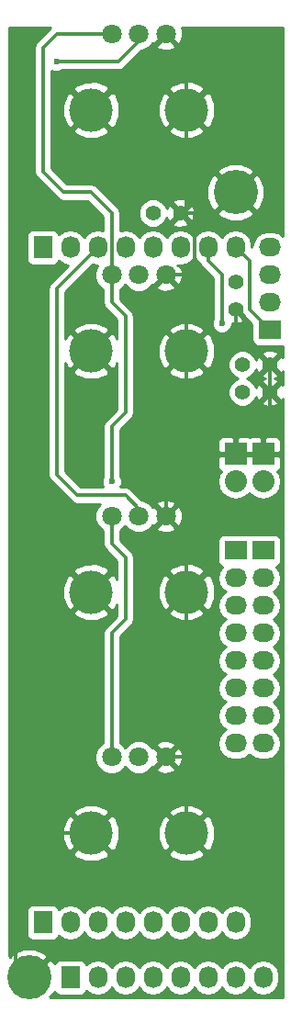
<source format=gbr>
G04 #@! TF.FileFunction,Copper,L2,Bot,Signal*
%FSLAX46Y46*%
G04 Gerber Fmt 4.6, Leading zero omitted, Abs format (unit mm)*
G04 Created by KiCad (PCBNEW 4.0.6+dfsg1-1) date Tue Oct 24 13:55:29 2017*
%MOMM*%
%LPD*%
G01*
G04 APERTURE LIST*
%ADD10C,0.050000*%
%ADD11R,1.727200X2.032000*%
%ADD12O,1.727200X2.032000*%
%ADD13C,1.800000*%
%ADD14C,4.000000*%
%ADD15R,2.032000X1.727200*%
%ADD16O,2.032000X1.727200*%
%ADD17R,2.032000X2.032000*%
%ADD18O,2.032000X2.032000*%
%ADD19C,4.064000*%
%ADD20C,1.397000*%
%ADD21C,0.600000*%
%ADD22C,0.300000*%
%ADD23C,0.254000*%
G04 APERTURE END LIST*
D10*
D11*
X127000000Y-71120000D03*
D12*
X129540000Y-71120000D03*
X132080000Y-71120000D03*
X134620000Y-71120000D03*
X137160000Y-71120000D03*
X139700000Y-71120000D03*
X142240000Y-71120000D03*
X144780000Y-71120000D03*
D13*
X138350000Y-51435000D03*
X135850000Y-51435000D03*
X133350000Y-51435000D03*
D14*
X140250000Y-58435000D03*
X131450000Y-58435000D03*
D15*
X147320000Y-99060000D03*
D16*
X147320000Y-101600000D03*
X147320000Y-104140000D03*
X147320000Y-106680000D03*
X147320000Y-109220000D03*
X147320000Y-111760000D03*
X147320000Y-114300000D03*
X147320000Y-116840000D03*
D11*
X129540000Y-138430000D03*
D12*
X132080000Y-138430000D03*
X134620000Y-138430000D03*
X137160000Y-138430000D03*
X139700000Y-138430000D03*
X142240000Y-138430000D03*
X144780000Y-138430000D03*
X147320000Y-138430000D03*
D15*
X144780000Y-99060000D03*
D16*
X144780000Y-101600000D03*
X144780000Y-104140000D03*
X144780000Y-106680000D03*
X144780000Y-109220000D03*
X144780000Y-111760000D03*
X144780000Y-114300000D03*
X144780000Y-116840000D03*
D11*
X127000000Y-133350000D03*
D12*
X129540000Y-133350000D03*
X132080000Y-133350000D03*
X134620000Y-133350000D03*
X137160000Y-133350000D03*
X139700000Y-133350000D03*
X142240000Y-133350000D03*
X144780000Y-133350000D03*
D17*
X144780000Y-90170000D03*
D18*
X144780000Y-92710000D03*
D15*
X147955000Y-78740000D03*
D16*
X147955000Y-76200000D03*
X147955000Y-73660000D03*
X147955000Y-71120000D03*
D17*
X147320000Y-90170000D03*
D18*
X147320000Y-92710000D03*
D19*
X144780000Y-66040000D03*
X125730000Y-138430000D03*
D20*
X145415000Y-84455000D03*
X147955000Y-84455000D03*
X145415000Y-81915000D03*
X147955000Y-81915000D03*
X144780000Y-74295000D03*
X144780000Y-76835000D03*
X137160000Y-67945000D03*
X139700000Y-67945000D03*
D13*
X138350000Y-73660000D03*
X135850000Y-73660000D03*
X133350000Y-73660000D03*
D14*
X140250000Y-80660000D03*
X131450000Y-80660000D03*
D13*
X138350000Y-95885000D03*
X135850000Y-95885000D03*
X133350000Y-95885000D03*
D14*
X140250000Y-102885000D03*
X131450000Y-102885000D03*
D13*
X138350000Y-118110000D03*
X135850000Y-118110000D03*
X133350000Y-118110000D03*
D14*
X140250000Y-125110000D03*
X131450000Y-125110000D03*
D21*
X128270000Y-53975000D03*
X133350000Y-92710000D03*
X143510000Y-78105000D03*
D22*
X135850000Y-51435000D02*
X135850000Y-52110000D01*
X135850000Y-52110000D02*
X133985000Y-53975000D01*
X133985000Y-53975000D02*
X128270000Y-53975000D01*
X147320000Y-90170000D02*
X147320000Y-86995000D01*
X147955000Y-86360000D02*
X147955000Y-84455000D01*
X147320000Y-86995000D02*
X147955000Y-86360000D01*
X124460000Y-137160000D02*
X124460000Y-136525000D01*
X126350000Y-125110000D02*
X124460000Y-127000000D01*
X124460000Y-127000000D02*
X124460000Y-136525000D01*
X126350000Y-125110000D02*
X131450000Y-125110000D01*
X124460000Y-137160000D02*
X125730000Y-138430000D01*
X138350000Y-118110000D02*
X140250000Y-118110000D01*
X140250000Y-118110000D02*
X140335000Y-118110000D01*
X140335000Y-118110000D02*
X140250000Y-118110000D01*
X140250000Y-102885000D02*
X140250000Y-118110000D01*
X140250000Y-118110000D02*
X140250000Y-125110000D01*
X138350000Y-95885000D02*
X138430000Y-95885000D01*
X138430000Y-95885000D02*
X140250000Y-97705000D01*
X140250000Y-97705000D02*
X140250000Y-102885000D01*
X138350000Y-51435000D02*
X138430000Y-51435000D01*
X138430000Y-51435000D02*
X140250000Y-53255000D01*
X140250000Y-53255000D02*
X140250000Y-58435000D01*
X140250000Y-58435000D02*
X140250000Y-67945000D01*
X140250000Y-67945000D02*
X140335000Y-67945000D01*
X140335000Y-67945000D02*
X139700000Y-67945000D01*
X138350000Y-73660000D02*
X140335000Y-73660000D01*
X140970000Y-73025000D02*
X140970000Y-67945000D01*
X140335000Y-73660000D02*
X140970000Y-73025000D01*
X138350000Y-73660000D02*
X138430000Y-73660000D01*
X138430000Y-73660000D02*
X140250000Y-75480000D01*
X140250000Y-75480000D02*
X140250000Y-80660000D01*
X140250000Y-80660000D02*
X140250000Y-90170000D01*
X140250000Y-90170000D02*
X140335000Y-90170000D01*
X144780000Y-90170000D02*
X140335000Y-90170000D01*
X140335000Y-90170000D02*
X138430000Y-90170000D01*
X138350000Y-90250000D02*
X138350000Y-95885000D01*
X138430000Y-90170000D02*
X138350000Y-90250000D01*
X124460000Y-137160000D02*
X125730000Y-138430000D01*
X147955000Y-81915000D02*
X147955000Y-84455000D01*
X147955000Y-81915000D02*
X145415000Y-79375000D01*
X144780000Y-79375000D02*
X144765000Y-79360000D01*
X145415000Y-79375000D02*
X144780000Y-79375000D01*
X144780000Y-79345000D02*
X144780000Y-76835000D01*
X144765000Y-79360000D02*
X144780000Y-79345000D01*
X139700000Y-67945000D02*
X140970000Y-67945000D01*
X140970000Y-67945000D02*
X142875000Y-67945000D01*
X142875000Y-67945000D02*
X144780000Y-66040000D01*
X144780000Y-66675000D02*
X144780000Y-66040000D01*
X125730000Y-138430000D02*
X125730000Y-137795000D01*
X133350000Y-73660000D02*
X133350000Y-67945000D01*
X128270000Y-51435000D02*
X133350000Y-51435000D01*
X127000000Y-52705000D02*
X128270000Y-51435000D01*
X127000000Y-64135000D02*
X127000000Y-52705000D01*
X128905000Y-66040000D02*
X127000000Y-64135000D01*
X131445000Y-66040000D02*
X128905000Y-66040000D01*
X133350000Y-67945000D02*
X131445000Y-66040000D01*
X133350000Y-118110000D02*
X133350000Y-106680000D01*
X133350000Y-98425000D02*
X133350000Y-95885000D01*
X134620000Y-99695000D02*
X133350000Y-98425000D01*
X134620000Y-105410000D02*
X134620000Y-99695000D01*
X133350000Y-106680000D02*
X134620000Y-105410000D01*
X133350000Y-73660000D02*
X133350000Y-76200000D01*
X133350000Y-87630000D02*
X133350000Y-92710000D01*
X134620000Y-86360000D02*
X133350000Y-87630000D01*
X134620000Y-77470000D02*
X134620000Y-86360000D01*
X133350000Y-76200000D02*
X134620000Y-77470000D01*
X135850000Y-95885000D02*
X135850000Y-95210000D01*
X135850000Y-95210000D02*
X134620000Y-93980000D01*
X134620000Y-93980000D02*
X130175000Y-93980000D01*
X130175000Y-93980000D02*
X128270000Y-92075000D01*
X128270000Y-92075000D02*
X128270000Y-74930000D01*
X128270000Y-74930000D02*
X132080000Y-71120000D01*
X142240000Y-71120000D02*
X142240000Y-72390000D01*
X143510000Y-73660000D02*
X143510000Y-78105000D01*
X142240000Y-72390000D02*
X143510000Y-73660000D01*
X144780000Y-71120000D02*
X146050000Y-72390000D01*
X146050000Y-76835000D02*
X147955000Y-78740000D01*
X146050000Y-72390000D02*
X146050000Y-76835000D01*
D23*
G36*
X127714921Y-50879921D02*
X126444921Y-52149921D01*
X126274755Y-52404593D01*
X126274755Y-52404594D01*
X126215000Y-52705000D01*
X126215000Y-64135000D01*
X126274755Y-64435407D01*
X126444921Y-64690079D01*
X128349921Y-66595079D01*
X128604594Y-66765245D01*
X128905000Y-66825000D01*
X131119842Y-66825000D01*
X132565000Y-68270158D01*
X132565000Y-69533127D01*
X132080000Y-69436655D01*
X131506511Y-69550729D01*
X131020330Y-69875585D01*
X130810000Y-70190366D01*
X130599670Y-69875585D01*
X130113489Y-69550729D01*
X129540000Y-69436655D01*
X128966511Y-69550729D01*
X128480330Y-69875585D01*
X128470757Y-69889913D01*
X128466762Y-69868683D01*
X128327690Y-69652559D01*
X128115490Y-69507569D01*
X127863600Y-69456560D01*
X126136400Y-69456560D01*
X125901083Y-69500838D01*
X125684959Y-69639910D01*
X125539969Y-69852110D01*
X125488960Y-70104000D01*
X125488960Y-72136000D01*
X125533238Y-72371317D01*
X125672310Y-72587441D01*
X125884510Y-72732431D01*
X126136400Y-72783440D01*
X127863600Y-72783440D01*
X128098917Y-72739162D01*
X128315041Y-72600090D01*
X128460031Y-72387890D01*
X128468400Y-72346561D01*
X128480330Y-72364415D01*
X128966511Y-72689271D01*
X129328556Y-72761286D01*
X127714921Y-74374921D01*
X127544755Y-74629593D01*
X127522762Y-74740159D01*
X127485000Y-74930000D01*
X127485000Y-92075000D01*
X127544755Y-92375407D01*
X127714921Y-92630079D01*
X129619921Y-94535079D01*
X129874594Y-94705245D01*
X130175000Y-94765000D01*
X132299242Y-94765000D01*
X132049449Y-95014357D01*
X131815267Y-95578330D01*
X131814735Y-96188991D01*
X132047932Y-96753371D01*
X132479357Y-97185551D01*
X132565000Y-97221113D01*
X132565000Y-98425000D01*
X132624755Y-98725407D01*
X132794921Y-98980079D01*
X133835000Y-100020158D01*
X133835000Y-101746549D01*
X133695743Y-101410353D01*
X133325022Y-101189584D01*
X131629605Y-102885000D01*
X133325022Y-104580416D01*
X133695743Y-104359647D01*
X133835000Y-104015675D01*
X133835000Y-105084842D01*
X132794921Y-106124921D01*
X132624755Y-106379593D01*
X132624755Y-106379594D01*
X132565000Y-106680000D01*
X132565000Y-116773484D01*
X132481629Y-116807932D01*
X132049449Y-117239357D01*
X131815267Y-117803330D01*
X131814735Y-118413991D01*
X132047932Y-118978371D01*
X132479357Y-119410551D01*
X133043330Y-119644733D01*
X133653991Y-119645265D01*
X134218371Y-119412068D01*
X134600288Y-119030818D01*
X134979357Y-119410551D01*
X135543330Y-119644733D01*
X136153991Y-119645265D01*
X136718371Y-119412068D01*
X136940668Y-119190159D01*
X137449446Y-119190159D01*
X137535852Y-119446643D01*
X138109336Y-119656458D01*
X138719460Y-119630839D01*
X139164148Y-119446643D01*
X139250554Y-119190159D01*
X138350000Y-118289605D01*
X137449446Y-119190159D01*
X136940668Y-119190159D01*
X137150551Y-118980643D01*
X137154294Y-118971628D01*
X137269841Y-119010554D01*
X138170395Y-118110000D01*
X138529605Y-118110000D01*
X139430159Y-119010554D01*
X139686643Y-118924148D01*
X139896458Y-118350664D01*
X139870839Y-117740540D01*
X139686643Y-117295852D01*
X139430159Y-117209446D01*
X138529605Y-118110000D01*
X138170395Y-118110000D01*
X137269841Y-117209446D01*
X137154786Y-117248207D01*
X137152068Y-117241629D01*
X136940650Y-117029841D01*
X137449446Y-117029841D01*
X138350000Y-117930395D01*
X139250554Y-117029841D01*
X139164148Y-116773357D01*
X138590664Y-116563542D01*
X137980540Y-116589161D01*
X137535852Y-116773357D01*
X137449446Y-117029841D01*
X136940650Y-117029841D01*
X136720643Y-116809449D01*
X136156670Y-116575267D01*
X135546009Y-116574735D01*
X134981629Y-116807932D01*
X134599712Y-117189182D01*
X134220643Y-116809449D01*
X134135000Y-116773887D01*
X134135000Y-107005158D01*
X135175079Y-105965079D01*
X135345245Y-105710407D01*
X135405000Y-105410000D01*
X135405000Y-104760022D01*
X138554584Y-104760022D01*
X138775353Y-105130743D01*
X139747012Y-105524119D01*
X140795247Y-105515713D01*
X141724647Y-105130743D01*
X141945416Y-104760022D01*
X140250000Y-103064605D01*
X138554584Y-104760022D01*
X135405000Y-104760022D01*
X135405000Y-102382012D01*
X137610881Y-102382012D01*
X137619287Y-103430247D01*
X138004257Y-104359647D01*
X138374978Y-104580416D01*
X140070395Y-102885000D01*
X140429605Y-102885000D01*
X142125022Y-104580416D01*
X142495743Y-104359647D01*
X142889119Y-103387988D01*
X142880713Y-102339753D01*
X142574298Y-101600000D01*
X143096655Y-101600000D01*
X143210729Y-102173489D01*
X143535585Y-102659670D01*
X143850366Y-102870000D01*
X143535585Y-103080330D01*
X143210729Y-103566511D01*
X143096655Y-104140000D01*
X143210729Y-104713489D01*
X143535585Y-105199670D01*
X143850366Y-105410000D01*
X143535585Y-105620330D01*
X143210729Y-106106511D01*
X143096655Y-106680000D01*
X143210729Y-107253489D01*
X143535585Y-107739670D01*
X143850366Y-107950000D01*
X143535585Y-108160330D01*
X143210729Y-108646511D01*
X143096655Y-109220000D01*
X143210729Y-109793489D01*
X143535585Y-110279670D01*
X143850366Y-110490000D01*
X143535585Y-110700330D01*
X143210729Y-111186511D01*
X143096655Y-111760000D01*
X143210729Y-112333489D01*
X143535585Y-112819670D01*
X143850366Y-113030000D01*
X143535585Y-113240330D01*
X143210729Y-113726511D01*
X143096655Y-114300000D01*
X143210729Y-114873489D01*
X143535585Y-115359670D01*
X143850366Y-115570000D01*
X143535585Y-115780330D01*
X143210729Y-116266511D01*
X143096655Y-116840000D01*
X143210729Y-117413489D01*
X143535585Y-117899670D01*
X144021766Y-118224526D01*
X144595255Y-118338600D01*
X144964745Y-118338600D01*
X145538234Y-118224526D01*
X146024415Y-117899670D01*
X146050000Y-117861379D01*
X146075585Y-117899670D01*
X146561766Y-118224526D01*
X147135255Y-118338600D01*
X147504745Y-118338600D01*
X148078234Y-118224526D01*
X148564415Y-117899670D01*
X148889271Y-117413489D01*
X149003345Y-116840000D01*
X148889271Y-116266511D01*
X148564415Y-115780330D01*
X148249634Y-115570000D01*
X148564415Y-115359670D01*
X148889271Y-114873489D01*
X149003345Y-114300000D01*
X148889271Y-113726511D01*
X148564415Y-113240330D01*
X148249634Y-113030000D01*
X148564415Y-112819670D01*
X148889271Y-112333489D01*
X149003345Y-111760000D01*
X148889271Y-111186511D01*
X148564415Y-110700330D01*
X148249634Y-110490000D01*
X148564415Y-110279670D01*
X148889271Y-109793489D01*
X149003345Y-109220000D01*
X148889271Y-108646511D01*
X148564415Y-108160330D01*
X148249634Y-107950000D01*
X148564415Y-107739670D01*
X148889271Y-107253489D01*
X149003345Y-106680000D01*
X148889271Y-106106511D01*
X148564415Y-105620330D01*
X148249634Y-105410000D01*
X148564415Y-105199670D01*
X148889271Y-104713489D01*
X149003345Y-104140000D01*
X148889271Y-103566511D01*
X148564415Y-103080330D01*
X148249634Y-102870000D01*
X148564415Y-102659670D01*
X148889271Y-102173489D01*
X149003345Y-101600000D01*
X148889271Y-101026511D01*
X148564415Y-100540330D01*
X148550087Y-100530757D01*
X148571317Y-100526762D01*
X148787441Y-100387690D01*
X148932431Y-100175490D01*
X148983440Y-99923600D01*
X148983440Y-98196400D01*
X148939162Y-97961083D01*
X148800090Y-97744959D01*
X148587890Y-97599969D01*
X148336000Y-97548960D01*
X146304000Y-97548960D01*
X146068683Y-97593238D01*
X146052901Y-97603393D01*
X146047890Y-97599969D01*
X145796000Y-97548960D01*
X143764000Y-97548960D01*
X143528683Y-97593238D01*
X143312559Y-97732310D01*
X143167569Y-97944510D01*
X143116560Y-98196400D01*
X143116560Y-99923600D01*
X143160838Y-100158917D01*
X143299910Y-100375041D01*
X143512110Y-100520031D01*
X143553439Y-100528400D01*
X143535585Y-100540330D01*
X143210729Y-101026511D01*
X143096655Y-101600000D01*
X142574298Y-101600000D01*
X142495743Y-101410353D01*
X142125022Y-101189584D01*
X140429605Y-102885000D01*
X140070395Y-102885000D01*
X138374978Y-101189584D01*
X138004257Y-101410353D01*
X137610881Y-102382012D01*
X135405000Y-102382012D01*
X135405000Y-101009978D01*
X138554584Y-101009978D01*
X140250000Y-102705395D01*
X141945416Y-101009978D01*
X141724647Y-100639257D01*
X140752988Y-100245881D01*
X139704753Y-100254287D01*
X138775353Y-100639257D01*
X138554584Y-101009978D01*
X135405000Y-101009978D01*
X135405000Y-99695000D01*
X135345245Y-99394594D01*
X135345245Y-99394593D01*
X135175079Y-99139921D01*
X134135000Y-98099842D01*
X134135000Y-97221516D01*
X134218371Y-97187068D01*
X134600288Y-96805818D01*
X134979357Y-97185551D01*
X135543330Y-97419733D01*
X136153991Y-97420265D01*
X136718371Y-97187068D01*
X136940668Y-96965159D01*
X137449446Y-96965159D01*
X137535852Y-97221643D01*
X138109336Y-97431458D01*
X138719460Y-97405839D01*
X139164148Y-97221643D01*
X139250554Y-96965159D01*
X138350000Y-96064605D01*
X137449446Y-96965159D01*
X136940668Y-96965159D01*
X137150551Y-96755643D01*
X137154294Y-96746628D01*
X137269841Y-96785554D01*
X138170395Y-95885000D01*
X138529605Y-95885000D01*
X139430159Y-96785554D01*
X139686643Y-96699148D01*
X139896458Y-96125664D01*
X139870839Y-95515540D01*
X139686643Y-95070852D01*
X139430159Y-94984446D01*
X138529605Y-95885000D01*
X138170395Y-95885000D01*
X137269841Y-94984446D01*
X137154786Y-95023207D01*
X137152068Y-95016629D01*
X136940650Y-94804841D01*
X137449446Y-94804841D01*
X138350000Y-95705395D01*
X139250554Y-94804841D01*
X139164148Y-94548357D01*
X138590664Y-94338542D01*
X137980540Y-94364161D01*
X137535852Y-94548357D01*
X137449446Y-94804841D01*
X136940650Y-94804841D01*
X136720643Y-94584449D01*
X136156670Y-94350267D01*
X136100376Y-94350218D01*
X135175079Y-93424921D01*
X134920407Y-93254755D01*
X134620000Y-93195000D01*
X134161014Y-93195000D01*
X134284838Y-92896799D01*
X134285000Y-92710000D01*
X143096655Y-92710000D01*
X143222330Y-93341810D01*
X143580222Y-93877433D01*
X144115845Y-94235325D01*
X144747655Y-94361000D01*
X144812345Y-94361000D01*
X145444155Y-94235325D01*
X145979778Y-93877433D01*
X146050000Y-93772338D01*
X146120222Y-93877433D01*
X146655845Y-94235325D01*
X147287655Y-94361000D01*
X147352345Y-94361000D01*
X147984155Y-94235325D01*
X148519778Y-93877433D01*
X148877670Y-93341810D01*
X149003345Y-92710000D01*
X148877670Y-92078190D01*
X148653034Y-91741999D01*
X148695698Y-91724327D01*
X148874327Y-91545699D01*
X148971000Y-91312310D01*
X148971000Y-90455750D01*
X148812250Y-90297000D01*
X147447000Y-90297000D01*
X147447000Y-90317000D01*
X147193000Y-90317000D01*
X147193000Y-90297000D01*
X144907000Y-90297000D01*
X144907000Y-90317000D01*
X144653000Y-90317000D01*
X144653000Y-90297000D01*
X143287750Y-90297000D01*
X143129000Y-90455750D01*
X143129000Y-91312310D01*
X143225673Y-91545699D01*
X143404302Y-91724327D01*
X143446966Y-91741999D01*
X143222330Y-92078190D01*
X143096655Y-92710000D01*
X134285000Y-92710000D01*
X134285162Y-92524833D01*
X134143117Y-92181057D01*
X134135000Y-92172926D01*
X134135000Y-89027690D01*
X143129000Y-89027690D01*
X143129000Y-89884250D01*
X143287750Y-90043000D01*
X144653000Y-90043000D01*
X144653000Y-88677750D01*
X144907000Y-88677750D01*
X144907000Y-90043000D01*
X147193000Y-90043000D01*
X147193000Y-88677750D01*
X147447000Y-88677750D01*
X147447000Y-90043000D01*
X148812250Y-90043000D01*
X148971000Y-89884250D01*
X148971000Y-89027690D01*
X148874327Y-88794301D01*
X148695698Y-88615673D01*
X148462309Y-88519000D01*
X147605750Y-88519000D01*
X147447000Y-88677750D01*
X147193000Y-88677750D01*
X147034250Y-88519000D01*
X146177691Y-88519000D01*
X146050000Y-88571891D01*
X145922309Y-88519000D01*
X145065750Y-88519000D01*
X144907000Y-88677750D01*
X144653000Y-88677750D01*
X144494250Y-88519000D01*
X143637691Y-88519000D01*
X143404302Y-88615673D01*
X143225673Y-88794301D01*
X143129000Y-89027690D01*
X134135000Y-89027690D01*
X134135000Y-87955158D01*
X135175079Y-86915079D01*
X135345245Y-86660407D01*
X135405000Y-86360000D01*
X135405000Y-82535022D01*
X138554584Y-82535022D01*
X138775353Y-82905743D01*
X139747012Y-83299119D01*
X140795247Y-83290713D01*
X141724647Y-82905743D01*
X141945416Y-82535022D01*
X140250000Y-80839605D01*
X138554584Y-82535022D01*
X135405000Y-82535022D01*
X135405000Y-80157012D01*
X137610881Y-80157012D01*
X137619287Y-81205247D01*
X138004257Y-82134647D01*
X138374978Y-82355416D01*
X140070395Y-80660000D01*
X140429605Y-80660000D01*
X142125022Y-82355416D01*
X142421119Y-82179086D01*
X144081269Y-82179086D01*
X144283854Y-82669380D01*
X144658647Y-83044827D01*
X144996446Y-83185094D01*
X144660620Y-83323854D01*
X144285173Y-83698647D01*
X144081732Y-84188587D01*
X144081269Y-84719086D01*
X144283854Y-85209380D01*
X144658647Y-85584827D01*
X145148587Y-85788268D01*
X145679086Y-85788731D01*
X146169380Y-85586146D01*
X146366681Y-85389188D01*
X147200417Y-85389188D01*
X147262071Y-85624800D01*
X147762480Y-85800927D01*
X148292199Y-85772148D01*
X148647929Y-85624800D01*
X148709583Y-85389188D01*
X147955000Y-84634605D01*
X147200417Y-85389188D01*
X146366681Y-85389188D01*
X146544827Y-85211353D01*
X146678314Y-84889882D01*
X146785200Y-85147929D01*
X147020812Y-85209583D01*
X147775395Y-84455000D01*
X147020812Y-83700417D01*
X146785200Y-83762071D01*
X146686917Y-84041312D01*
X146546146Y-83700620D01*
X146171353Y-83325173D01*
X145833554Y-83184906D01*
X146169380Y-83046146D01*
X146366681Y-82849188D01*
X147200417Y-82849188D01*
X147262071Y-83084800D01*
X147523629Y-83176859D01*
X147262071Y-83285200D01*
X147200417Y-83520812D01*
X147955000Y-84275395D01*
X148709583Y-83520812D01*
X148647929Y-83285200D01*
X148386371Y-83193141D01*
X148647929Y-83084800D01*
X148709583Y-82849188D01*
X147955000Y-82094605D01*
X147200417Y-82849188D01*
X146366681Y-82849188D01*
X146544827Y-82671353D01*
X146678314Y-82349882D01*
X146785200Y-82607929D01*
X147020812Y-82669583D01*
X147775395Y-81915000D01*
X147020812Y-81160417D01*
X146785200Y-81222071D01*
X146686917Y-81501312D01*
X146546146Y-81160620D01*
X146366652Y-80980812D01*
X147200417Y-80980812D01*
X147955000Y-81735395D01*
X148709583Y-80980812D01*
X148647929Y-80745200D01*
X148147520Y-80569073D01*
X147617801Y-80597852D01*
X147262071Y-80745200D01*
X147200417Y-80980812D01*
X146366652Y-80980812D01*
X146171353Y-80785173D01*
X145681413Y-80581732D01*
X145150914Y-80581269D01*
X144660620Y-80783854D01*
X144285173Y-81158647D01*
X144081732Y-81648587D01*
X144081269Y-82179086D01*
X142421119Y-82179086D01*
X142495743Y-82134647D01*
X142889119Y-81162988D01*
X142880713Y-80114753D01*
X142495743Y-79185353D01*
X142125022Y-78964584D01*
X140429605Y-80660000D01*
X140070395Y-80660000D01*
X138374978Y-78964584D01*
X138004257Y-79185353D01*
X137610881Y-80157012D01*
X135405000Y-80157012D01*
X135405000Y-78784978D01*
X138554584Y-78784978D01*
X140250000Y-80480395D01*
X141945416Y-78784978D01*
X141724647Y-78414257D01*
X140752988Y-78020881D01*
X139704753Y-78029287D01*
X138775353Y-78414257D01*
X138554584Y-78784978D01*
X135405000Y-78784978D01*
X135405000Y-77470000D01*
X135365861Y-77273238D01*
X135345245Y-77169593D01*
X135175079Y-76914921D01*
X134135000Y-75874842D01*
X134135000Y-74996516D01*
X134218371Y-74962068D01*
X134600288Y-74580818D01*
X134979357Y-74960551D01*
X135543330Y-75194733D01*
X136153991Y-75195265D01*
X136718371Y-74962068D01*
X136940668Y-74740159D01*
X137449446Y-74740159D01*
X137535852Y-74996643D01*
X138109336Y-75206458D01*
X138719460Y-75180839D01*
X139164148Y-74996643D01*
X139250554Y-74740159D01*
X138350000Y-73839605D01*
X137449446Y-74740159D01*
X136940668Y-74740159D01*
X137150551Y-74530643D01*
X137154294Y-74521628D01*
X137269841Y-74560554D01*
X138170395Y-73660000D01*
X138156253Y-73645858D01*
X138335858Y-73466253D01*
X138350000Y-73480395D01*
X138364143Y-73466253D01*
X138543748Y-73645858D01*
X138529605Y-73660000D01*
X139430159Y-74560554D01*
X139686643Y-74474148D01*
X139896458Y-73900664D01*
X139870839Y-73290540D01*
X139686643Y-72845852D01*
X139430161Y-72759447D01*
X139438316Y-72751292D01*
X139700000Y-72803345D01*
X140273489Y-72689271D01*
X140759670Y-72364415D01*
X140970000Y-72049634D01*
X141180330Y-72364415D01*
X141491233Y-72572154D01*
X141514755Y-72690407D01*
X141684921Y-72945079D01*
X142725000Y-73985158D01*
X142725000Y-77567494D01*
X142717808Y-77574673D01*
X142575162Y-77918201D01*
X142574838Y-78290167D01*
X142716883Y-78633943D01*
X142979673Y-78897192D01*
X143323201Y-79039838D01*
X143695167Y-79040162D01*
X144038943Y-78898117D01*
X144302192Y-78635327D01*
X144444838Y-78291799D01*
X144444978Y-78130771D01*
X144587480Y-78180927D01*
X145117199Y-78152148D01*
X145472929Y-78004800D01*
X145534583Y-77769188D01*
X144780000Y-77014605D01*
X144765858Y-77028748D01*
X144586253Y-76849143D01*
X144600395Y-76835000D01*
X144586253Y-76820858D01*
X144765858Y-76641253D01*
X144780000Y-76655395D01*
X144794143Y-76641253D01*
X144973748Y-76820858D01*
X144959605Y-76835000D01*
X145455125Y-77330520D01*
X145494921Y-77390079D01*
X146291560Y-78186718D01*
X146291560Y-79603600D01*
X146335838Y-79838917D01*
X146474910Y-80055041D01*
X146687110Y-80200031D01*
X146939000Y-80251040D01*
X148971000Y-80251040D01*
X149150000Y-80217359D01*
X149150000Y-81282909D01*
X149124800Y-81222071D01*
X148889188Y-81160417D01*
X148134605Y-81915000D01*
X148889188Y-82669583D01*
X149124800Y-82607929D01*
X149150000Y-82536331D01*
X149150000Y-83822909D01*
X149124800Y-83762071D01*
X148889188Y-83700417D01*
X148134605Y-84455000D01*
X148889188Y-85209583D01*
X149124800Y-85147929D01*
X149150000Y-85076331D01*
X149150000Y-140260000D01*
X127739608Y-140260000D01*
X127628123Y-140148515D01*
X128002168Y-139923846D01*
X128089971Y-139707321D01*
X128212310Y-139897441D01*
X128424510Y-140042431D01*
X128676400Y-140093440D01*
X130403600Y-140093440D01*
X130638917Y-140049162D01*
X130855041Y-139910090D01*
X131000031Y-139697890D01*
X131008400Y-139656561D01*
X131020330Y-139674415D01*
X131506511Y-139999271D01*
X132080000Y-140113345D01*
X132653489Y-139999271D01*
X133139670Y-139674415D01*
X133350000Y-139359634D01*
X133560330Y-139674415D01*
X134046511Y-139999271D01*
X134620000Y-140113345D01*
X135193489Y-139999271D01*
X135679670Y-139674415D01*
X135890000Y-139359634D01*
X136100330Y-139674415D01*
X136586511Y-139999271D01*
X137160000Y-140113345D01*
X137733489Y-139999271D01*
X138219670Y-139674415D01*
X138430000Y-139359634D01*
X138640330Y-139674415D01*
X139126511Y-139999271D01*
X139700000Y-140113345D01*
X140273489Y-139999271D01*
X140759670Y-139674415D01*
X140970000Y-139359634D01*
X141180330Y-139674415D01*
X141666511Y-139999271D01*
X142240000Y-140113345D01*
X142813489Y-139999271D01*
X143299670Y-139674415D01*
X143510000Y-139359634D01*
X143720330Y-139674415D01*
X144206511Y-139999271D01*
X144780000Y-140113345D01*
X145353489Y-139999271D01*
X145839670Y-139674415D01*
X146050000Y-139359634D01*
X146260330Y-139674415D01*
X146746511Y-139999271D01*
X147320000Y-140113345D01*
X147893489Y-139999271D01*
X148379670Y-139674415D01*
X148704526Y-139188234D01*
X148818600Y-138614745D01*
X148818600Y-138245255D01*
X148704526Y-137671766D01*
X148379670Y-137185585D01*
X147893489Y-136860729D01*
X147320000Y-136746655D01*
X146746511Y-136860729D01*
X146260330Y-137185585D01*
X146050000Y-137500366D01*
X145839670Y-137185585D01*
X145353489Y-136860729D01*
X144780000Y-136746655D01*
X144206511Y-136860729D01*
X143720330Y-137185585D01*
X143510000Y-137500366D01*
X143299670Y-137185585D01*
X142813489Y-136860729D01*
X142240000Y-136746655D01*
X141666511Y-136860729D01*
X141180330Y-137185585D01*
X140970000Y-137500366D01*
X140759670Y-137185585D01*
X140273489Y-136860729D01*
X139700000Y-136746655D01*
X139126511Y-136860729D01*
X138640330Y-137185585D01*
X138430000Y-137500366D01*
X138219670Y-137185585D01*
X137733489Y-136860729D01*
X137160000Y-136746655D01*
X136586511Y-136860729D01*
X136100330Y-137185585D01*
X135890000Y-137500366D01*
X135679670Y-137185585D01*
X135193489Y-136860729D01*
X134620000Y-136746655D01*
X134046511Y-136860729D01*
X133560330Y-137185585D01*
X133350000Y-137500366D01*
X133139670Y-137185585D01*
X132653489Y-136860729D01*
X132080000Y-136746655D01*
X131506511Y-136860729D01*
X131020330Y-137185585D01*
X131010757Y-137199913D01*
X131006762Y-137178683D01*
X130867690Y-136962559D01*
X130655490Y-136817569D01*
X130403600Y-136766560D01*
X128676400Y-136766560D01*
X128441083Y-136810838D01*
X128224959Y-136949910D01*
X128089802Y-137147720D01*
X128002168Y-136936154D01*
X127628121Y-136711484D01*
X125909605Y-138430000D01*
X125923748Y-138444143D01*
X125744143Y-138623748D01*
X125730000Y-138609605D01*
X125715858Y-138623748D01*
X125536253Y-138444143D01*
X125550395Y-138430000D01*
X125536253Y-138415858D01*
X125715858Y-138236253D01*
X125730000Y-138250395D01*
X127448516Y-136531879D01*
X127223846Y-136157832D01*
X126240612Y-135759120D01*
X125179643Y-135767025D01*
X124236154Y-136157832D01*
X124011485Y-136531877D01*
X123900000Y-136420392D01*
X123900000Y-132334000D01*
X125488960Y-132334000D01*
X125488960Y-134366000D01*
X125533238Y-134601317D01*
X125672310Y-134817441D01*
X125884510Y-134962431D01*
X126136400Y-135013440D01*
X127863600Y-135013440D01*
X128098917Y-134969162D01*
X128315041Y-134830090D01*
X128460031Y-134617890D01*
X128468400Y-134576561D01*
X128480330Y-134594415D01*
X128966511Y-134919271D01*
X129540000Y-135033345D01*
X130113489Y-134919271D01*
X130599670Y-134594415D01*
X130810000Y-134279634D01*
X131020330Y-134594415D01*
X131506511Y-134919271D01*
X132080000Y-135033345D01*
X132653489Y-134919271D01*
X133139670Y-134594415D01*
X133350000Y-134279634D01*
X133560330Y-134594415D01*
X134046511Y-134919271D01*
X134620000Y-135033345D01*
X135193489Y-134919271D01*
X135679670Y-134594415D01*
X135890000Y-134279634D01*
X136100330Y-134594415D01*
X136586511Y-134919271D01*
X137160000Y-135033345D01*
X137733489Y-134919271D01*
X138219670Y-134594415D01*
X138430000Y-134279634D01*
X138640330Y-134594415D01*
X139126511Y-134919271D01*
X139700000Y-135033345D01*
X140273489Y-134919271D01*
X140759670Y-134594415D01*
X140970000Y-134279634D01*
X141180330Y-134594415D01*
X141666511Y-134919271D01*
X142240000Y-135033345D01*
X142813489Y-134919271D01*
X143299670Y-134594415D01*
X143510000Y-134279634D01*
X143720330Y-134594415D01*
X144206511Y-134919271D01*
X144780000Y-135033345D01*
X145353489Y-134919271D01*
X145839670Y-134594415D01*
X146164526Y-134108234D01*
X146278600Y-133534745D01*
X146278600Y-133165255D01*
X146164526Y-132591766D01*
X145839670Y-132105585D01*
X145353489Y-131780729D01*
X144780000Y-131666655D01*
X144206511Y-131780729D01*
X143720330Y-132105585D01*
X143510000Y-132420366D01*
X143299670Y-132105585D01*
X142813489Y-131780729D01*
X142240000Y-131666655D01*
X141666511Y-131780729D01*
X141180330Y-132105585D01*
X140970000Y-132420366D01*
X140759670Y-132105585D01*
X140273489Y-131780729D01*
X139700000Y-131666655D01*
X139126511Y-131780729D01*
X138640330Y-132105585D01*
X138430000Y-132420366D01*
X138219670Y-132105585D01*
X137733489Y-131780729D01*
X137160000Y-131666655D01*
X136586511Y-131780729D01*
X136100330Y-132105585D01*
X135890000Y-132420366D01*
X135679670Y-132105585D01*
X135193489Y-131780729D01*
X134620000Y-131666655D01*
X134046511Y-131780729D01*
X133560330Y-132105585D01*
X133350000Y-132420366D01*
X133139670Y-132105585D01*
X132653489Y-131780729D01*
X132080000Y-131666655D01*
X131506511Y-131780729D01*
X131020330Y-132105585D01*
X130810000Y-132420366D01*
X130599670Y-132105585D01*
X130113489Y-131780729D01*
X129540000Y-131666655D01*
X128966511Y-131780729D01*
X128480330Y-132105585D01*
X128470757Y-132119913D01*
X128466762Y-132098683D01*
X128327690Y-131882559D01*
X128115490Y-131737569D01*
X127863600Y-131686560D01*
X126136400Y-131686560D01*
X125901083Y-131730838D01*
X125684959Y-131869910D01*
X125539969Y-132082110D01*
X125488960Y-132334000D01*
X123900000Y-132334000D01*
X123900000Y-126985022D01*
X129754584Y-126985022D01*
X129975353Y-127355743D01*
X130947012Y-127749119D01*
X131995247Y-127740713D01*
X132924647Y-127355743D01*
X133145416Y-126985022D01*
X138554584Y-126985022D01*
X138775353Y-127355743D01*
X139747012Y-127749119D01*
X140795247Y-127740713D01*
X141724647Y-127355743D01*
X141945416Y-126985022D01*
X140250000Y-125289605D01*
X138554584Y-126985022D01*
X133145416Y-126985022D01*
X131450000Y-125289605D01*
X129754584Y-126985022D01*
X123900000Y-126985022D01*
X123900000Y-124607012D01*
X128810881Y-124607012D01*
X128819287Y-125655247D01*
X129204257Y-126584647D01*
X129574978Y-126805416D01*
X131270395Y-125110000D01*
X131629605Y-125110000D01*
X133325022Y-126805416D01*
X133695743Y-126584647D01*
X134089119Y-125612988D01*
X134081052Y-124607012D01*
X137610881Y-124607012D01*
X137619287Y-125655247D01*
X138004257Y-126584647D01*
X138374978Y-126805416D01*
X140070395Y-125110000D01*
X140429605Y-125110000D01*
X142125022Y-126805416D01*
X142495743Y-126584647D01*
X142889119Y-125612988D01*
X142880713Y-124564753D01*
X142495743Y-123635353D01*
X142125022Y-123414584D01*
X140429605Y-125110000D01*
X140070395Y-125110000D01*
X138374978Y-123414584D01*
X138004257Y-123635353D01*
X137610881Y-124607012D01*
X134081052Y-124607012D01*
X134080713Y-124564753D01*
X133695743Y-123635353D01*
X133325022Y-123414584D01*
X131629605Y-125110000D01*
X131270395Y-125110000D01*
X129574978Y-123414584D01*
X129204257Y-123635353D01*
X128810881Y-124607012D01*
X123900000Y-124607012D01*
X123900000Y-123234978D01*
X129754584Y-123234978D01*
X131450000Y-124930395D01*
X133145416Y-123234978D01*
X138554584Y-123234978D01*
X140250000Y-124930395D01*
X141945416Y-123234978D01*
X141724647Y-122864257D01*
X140752988Y-122470881D01*
X139704753Y-122479287D01*
X138775353Y-122864257D01*
X138554584Y-123234978D01*
X133145416Y-123234978D01*
X132924647Y-122864257D01*
X131952988Y-122470881D01*
X130904753Y-122479287D01*
X129975353Y-122864257D01*
X129754584Y-123234978D01*
X123900000Y-123234978D01*
X123900000Y-104760022D01*
X129754584Y-104760022D01*
X129975353Y-105130743D01*
X130947012Y-105524119D01*
X131995247Y-105515713D01*
X132924647Y-105130743D01*
X133145416Y-104760022D01*
X131450000Y-103064605D01*
X129754584Y-104760022D01*
X123900000Y-104760022D01*
X123900000Y-102382012D01*
X128810881Y-102382012D01*
X128819287Y-103430247D01*
X129204257Y-104359647D01*
X129574978Y-104580416D01*
X131270395Y-102885000D01*
X129574978Y-101189584D01*
X129204257Y-101410353D01*
X128810881Y-102382012D01*
X123900000Y-102382012D01*
X123900000Y-101009978D01*
X129754584Y-101009978D01*
X131450000Y-102705395D01*
X133145416Y-101009978D01*
X132924647Y-100639257D01*
X131952988Y-100245881D01*
X130904753Y-100254287D01*
X129975353Y-100639257D01*
X129754584Y-101009978D01*
X123900000Y-101009978D01*
X123900000Y-50875000D01*
X127722286Y-50875000D01*
X127714921Y-50879921D01*
X127714921Y-50879921D01*
G37*
X127714921Y-50879921D02*
X126444921Y-52149921D01*
X126274755Y-52404593D01*
X126274755Y-52404594D01*
X126215000Y-52705000D01*
X126215000Y-64135000D01*
X126274755Y-64435407D01*
X126444921Y-64690079D01*
X128349921Y-66595079D01*
X128604594Y-66765245D01*
X128905000Y-66825000D01*
X131119842Y-66825000D01*
X132565000Y-68270158D01*
X132565000Y-69533127D01*
X132080000Y-69436655D01*
X131506511Y-69550729D01*
X131020330Y-69875585D01*
X130810000Y-70190366D01*
X130599670Y-69875585D01*
X130113489Y-69550729D01*
X129540000Y-69436655D01*
X128966511Y-69550729D01*
X128480330Y-69875585D01*
X128470757Y-69889913D01*
X128466762Y-69868683D01*
X128327690Y-69652559D01*
X128115490Y-69507569D01*
X127863600Y-69456560D01*
X126136400Y-69456560D01*
X125901083Y-69500838D01*
X125684959Y-69639910D01*
X125539969Y-69852110D01*
X125488960Y-70104000D01*
X125488960Y-72136000D01*
X125533238Y-72371317D01*
X125672310Y-72587441D01*
X125884510Y-72732431D01*
X126136400Y-72783440D01*
X127863600Y-72783440D01*
X128098917Y-72739162D01*
X128315041Y-72600090D01*
X128460031Y-72387890D01*
X128468400Y-72346561D01*
X128480330Y-72364415D01*
X128966511Y-72689271D01*
X129328556Y-72761286D01*
X127714921Y-74374921D01*
X127544755Y-74629593D01*
X127522762Y-74740159D01*
X127485000Y-74930000D01*
X127485000Y-92075000D01*
X127544755Y-92375407D01*
X127714921Y-92630079D01*
X129619921Y-94535079D01*
X129874594Y-94705245D01*
X130175000Y-94765000D01*
X132299242Y-94765000D01*
X132049449Y-95014357D01*
X131815267Y-95578330D01*
X131814735Y-96188991D01*
X132047932Y-96753371D01*
X132479357Y-97185551D01*
X132565000Y-97221113D01*
X132565000Y-98425000D01*
X132624755Y-98725407D01*
X132794921Y-98980079D01*
X133835000Y-100020158D01*
X133835000Y-101746549D01*
X133695743Y-101410353D01*
X133325022Y-101189584D01*
X131629605Y-102885000D01*
X133325022Y-104580416D01*
X133695743Y-104359647D01*
X133835000Y-104015675D01*
X133835000Y-105084842D01*
X132794921Y-106124921D01*
X132624755Y-106379593D01*
X132624755Y-106379594D01*
X132565000Y-106680000D01*
X132565000Y-116773484D01*
X132481629Y-116807932D01*
X132049449Y-117239357D01*
X131815267Y-117803330D01*
X131814735Y-118413991D01*
X132047932Y-118978371D01*
X132479357Y-119410551D01*
X133043330Y-119644733D01*
X133653991Y-119645265D01*
X134218371Y-119412068D01*
X134600288Y-119030818D01*
X134979357Y-119410551D01*
X135543330Y-119644733D01*
X136153991Y-119645265D01*
X136718371Y-119412068D01*
X136940668Y-119190159D01*
X137449446Y-119190159D01*
X137535852Y-119446643D01*
X138109336Y-119656458D01*
X138719460Y-119630839D01*
X139164148Y-119446643D01*
X139250554Y-119190159D01*
X138350000Y-118289605D01*
X137449446Y-119190159D01*
X136940668Y-119190159D01*
X137150551Y-118980643D01*
X137154294Y-118971628D01*
X137269841Y-119010554D01*
X138170395Y-118110000D01*
X138529605Y-118110000D01*
X139430159Y-119010554D01*
X139686643Y-118924148D01*
X139896458Y-118350664D01*
X139870839Y-117740540D01*
X139686643Y-117295852D01*
X139430159Y-117209446D01*
X138529605Y-118110000D01*
X138170395Y-118110000D01*
X137269841Y-117209446D01*
X137154786Y-117248207D01*
X137152068Y-117241629D01*
X136940650Y-117029841D01*
X137449446Y-117029841D01*
X138350000Y-117930395D01*
X139250554Y-117029841D01*
X139164148Y-116773357D01*
X138590664Y-116563542D01*
X137980540Y-116589161D01*
X137535852Y-116773357D01*
X137449446Y-117029841D01*
X136940650Y-117029841D01*
X136720643Y-116809449D01*
X136156670Y-116575267D01*
X135546009Y-116574735D01*
X134981629Y-116807932D01*
X134599712Y-117189182D01*
X134220643Y-116809449D01*
X134135000Y-116773887D01*
X134135000Y-107005158D01*
X135175079Y-105965079D01*
X135345245Y-105710407D01*
X135405000Y-105410000D01*
X135405000Y-104760022D01*
X138554584Y-104760022D01*
X138775353Y-105130743D01*
X139747012Y-105524119D01*
X140795247Y-105515713D01*
X141724647Y-105130743D01*
X141945416Y-104760022D01*
X140250000Y-103064605D01*
X138554584Y-104760022D01*
X135405000Y-104760022D01*
X135405000Y-102382012D01*
X137610881Y-102382012D01*
X137619287Y-103430247D01*
X138004257Y-104359647D01*
X138374978Y-104580416D01*
X140070395Y-102885000D01*
X140429605Y-102885000D01*
X142125022Y-104580416D01*
X142495743Y-104359647D01*
X142889119Y-103387988D01*
X142880713Y-102339753D01*
X142574298Y-101600000D01*
X143096655Y-101600000D01*
X143210729Y-102173489D01*
X143535585Y-102659670D01*
X143850366Y-102870000D01*
X143535585Y-103080330D01*
X143210729Y-103566511D01*
X143096655Y-104140000D01*
X143210729Y-104713489D01*
X143535585Y-105199670D01*
X143850366Y-105410000D01*
X143535585Y-105620330D01*
X143210729Y-106106511D01*
X143096655Y-106680000D01*
X143210729Y-107253489D01*
X143535585Y-107739670D01*
X143850366Y-107950000D01*
X143535585Y-108160330D01*
X143210729Y-108646511D01*
X143096655Y-109220000D01*
X143210729Y-109793489D01*
X143535585Y-110279670D01*
X143850366Y-110490000D01*
X143535585Y-110700330D01*
X143210729Y-111186511D01*
X143096655Y-111760000D01*
X143210729Y-112333489D01*
X143535585Y-112819670D01*
X143850366Y-113030000D01*
X143535585Y-113240330D01*
X143210729Y-113726511D01*
X143096655Y-114300000D01*
X143210729Y-114873489D01*
X143535585Y-115359670D01*
X143850366Y-115570000D01*
X143535585Y-115780330D01*
X143210729Y-116266511D01*
X143096655Y-116840000D01*
X143210729Y-117413489D01*
X143535585Y-117899670D01*
X144021766Y-118224526D01*
X144595255Y-118338600D01*
X144964745Y-118338600D01*
X145538234Y-118224526D01*
X146024415Y-117899670D01*
X146050000Y-117861379D01*
X146075585Y-117899670D01*
X146561766Y-118224526D01*
X147135255Y-118338600D01*
X147504745Y-118338600D01*
X148078234Y-118224526D01*
X148564415Y-117899670D01*
X148889271Y-117413489D01*
X149003345Y-116840000D01*
X148889271Y-116266511D01*
X148564415Y-115780330D01*
X148249634Y-115570000D01*
X148564415Y-115359670D01*
X148889271Y-114873489D01*
X149003345Y-114300000D01*
X148889271Y-113726511D01*
X148564415Y-113240330D01*
X148249634Y-113030000D01*
X148564415Y-112819670D01*
X148889271Y-112333489D01*
X149003345Y-111760000D01*
X148889271Y-111186511D01*
X148564415Y-110700330D01*
X148249634Y-110490000D01*
X148564415Y-110279670D01*
X148889271Y-109793489D01*
X149003345Y-109220000D01*
X148889271Y-108646511D01*
X148564415Y-108160330D01*
X148249634Y-107950000D01*
X148564415Y-107739670D01*
X148889271Y-107253489D01*
X149003345Y-106680000D01*
X148889271Y-106106511D01*
X148564415Y-105620330D01*
X148249634Y-105410000D01*
X148564415Y-105199670D01*
X148889271Y-104713489D01*
X149003345Y-104140000D01*
X148889271Y-103566511D01*
X148564415Y-103080330D01*
X148249634Y-102870000D01*
X148564415Y-102659670D01*
X148889271Y-102173489D01*
X149003345Y-101600000D01*
X148889271Y-101026511D01*
X148564415Y-100540330D01*
X148550087Y-100530757D01*
X148571317Y-100526762D01*
X148787441Y-100387690D01*
X148932431Y-100175490D01*
X148983440Y-99923600D01*
X148983440Y-98196400D01*
X148939162Y-97961083D01*
X148800090Y-97744959D01*
X148587890Y-97599969D01*
X148336000Y-97548960D01*
X146304000Y-97548960D01*
X146068683Y-97593238D01*
X146052901Y-97603393D01*
X146047890Y-97599969D01*
X145796000Y-97548960D01*
X143764000Y-97548960D01*
X143528683Y-97593238D01*
X143312559Y-97732310D01*
X143167569Y-97944510D01*
X143116560Y-98196400D01*
X143116560Y-99923600D01*
X143160838Y-100158917D01*
X143299910Y-100375041D01*
X143512110Y-100520031D01*
X143553439Y-100528400D01*
X143535585Y-100540330D01*
X143210729Y-101026511D01*
X143096655Y-101600000D01*
X142574298Y-101600000D01*
X142495743Y-101410353D01*
X142125022Y-101189584D01*
X140429605Y-102885000D01*
X140070395Y-102885000D01*
X138374978Y-101189584D01*
X138004257Y-101410353D01*
X137610881Y-102382012D01*
X135405000Y-102382012D01*
X135405000Y-101009978D01*
X138554584Y-101009978D01*
X140250000Y-102705395D01*
X141945416Y-101009978D01*
X141724647Y-100639257D01*
X140752988Y-100245881D01*
X139704753Y-100254287D01*
X138775353Y-100639257D01*
X138554584Y-101009978D01*
X135405000Y-101009978D01*
X135405000Y-99695000D01*
X135345245Y-99394594D01*
X135345245Y-99394593D01*
X135175079Y-99139921D01*
X134135000Y-98099842D01*
X134135000Y-97221516D01*
X134218371Y-97187068D01*
X134600288Y-96805818D01*
X134979357Y-97185551D01*
X135543330Y-97419733D01*
X136153991Y-97420265D01*
X136718371Y-97187068D01*
X136940668Y-96965159D01*
X137449446Y-96965159D01*
X137535852Y-97221643D01*
X138109336Y-97431458D01*
X138719460Y-97405839D01*
X139164148Y-97221643D01*
X139250554Y-96965159D01*
X138350000Y-96064605D01*
X137449446Y-96965159D01*
X136940668Y-96965159D01*
X137150551Y-96755643D01*
X137154294Y-96746628D01*
X137269841Y-96785554D01*
X138170395Y-95885000D01*
X138529605Y-95885000D01*
X139430159Y-96785554D01*
X139686643Y-96699148D01*
X139896458Y-96125664D01*
X139870839Y-95515540D01*
X139686643Y-95070852D01*
X139430159Y-94984446D01*
X138529605Y-95885000D01*
X138170395Y-95885000D01*
X137269841Y-94984446D01*
X137154786Y-95023207D01*
X137152068Y-95016629D01*
X136940650Y-94804841D01*
X137449446Y-94804841D01*
X138350000Y-95705395D01*
X139250554Y-94804841D01*
X139164148Y-94548357D01*
X138590664Y-94338542D01*
X137980540Y-94364161D01*
X137535852Y-94548357D01*
X137449446Y-94804841D01*
X136940650Y-94804841D01*
X136720643Y-94584449D01*
X136156670Y-94350267D01*
X136100376Y-94350218D01*
X135175079Y-93424921D01*
X134920407Y-93254755D01*
X134620000Y-93195000D01*
X134161014Y-93195000D01*
X134284838Y-92896799D01*
X134285000Y-92710000D01*
X143096655Y-92710000D01*
X143222330Y-93341810D01*
X143580222Y-93877433D01*
X144115845Y-94235325D01*
X144747655Y-94361000D01*
X144812345Y-94361000D01*
X145444155Y-94235325D01*
X145979778Y-93877433D01*
X146050000Y-93772338D01*
X146120222Y-93877433D01*
X146655845Y-94235325D01*
X147287655Y-94361000D01*
X147352345Y-94361000D01*
X147984155Y-94235325D01*
X148519778Y-93877433D01*
X148877670Y-93341810D01*
X149003345Y-92710000D01*
X148877670Y-92078190D01*
X148653034Y-91741999D01*
X148695698Y-91724327D01*
X148874327Y-91545699D01*
X148971000Y-91312310D01*
X148971000Y-90455750D01*
X148812250Y-90297000D01*
X147447000Y-90297000D01*
X147447000Y-90317000D01*
X147193000Y-90317000D01*
X147193000Y-90297000D01*
X144907000Y-90297000D01*
X144907000Y-90317000D01*
X144653000Y-90317000D01*
X144653000Y-90297000D01*
X143287750Y-90297000D01*
X143129000Y-90455750D01*
X143129000Y-91312310D01*
X143225673Y-91545699D01*
X143404302Y-91724327D01*
X143446966Y-91741999D01*
X143222330Y-92078190D01*
X143096655Y-92710000D01*
X134285000Y-92710000D01*
X134285162Y-92524833D01*
X134143117Y-92181057D01*
X134135000Y-92172926D01*
X134135000Y-89027690D01*
X143129000Y-89027690D01*
X143129000Y-89884250D01*
X143287750Y-90043000D01*
X144653000Y-90043000D01*
X144653000Y-88677750D01*
X144907000Y-88677750D01*
X144907000Y-90043000D01*
X147193000Y-90043000D01*
X147193000Y-88677750D01*
X147447000Y-88677750D01*
X147447000Y-90043000D01*
X148812250Y-90043000D01*
X148971000Y-89884250D01*
X148971000Y-89027690D01*
X148874327Y-88794301D01*
X148695698Y-88615673D01*
X148462309Y-88519000D01*
X147605750Y-88519000D01*
X147447000Y-88677750D01*
X147193000Y-88677750D01*
X147034250Y-88519000D01*
X146177691Y-88519000D01*
X146050000Y-88571891D01*
X145922309Y-88519000D01*
X145065750Y-88519000D01*
X144907000Y-88677750D01*
X144653000Y-88677750D01*
X144494250Y-88519000D01*
X143637691Y-88519000D01*
X143404302Y-88615673D01*
X143225673Y-88794301D01*
X143129000Y-89027690D01*
X134135000Y-89027690D01*
X134135000Y-87955158D01*
X135175079Y-86915079D01*
X135345245Y-86660407D01*
X135405000Y-86360000D01*
X135405000Y-82535022D01*
X138554584Y-82535022D01*
X138775353Y-82905743D01*
X139747012Y-83299119D01*
X140795247Y-83290713D01*
X141724647Y-82905743D01*
X141945416Y-82535022D01*
X140250000Y-80839605D01*
X138554584Y-82535022D01*
X135405000Y-82535022D01*
X135405000Y-80157012D01*
X137610881Y-80157012D01*
X137619287Y-81205247D01*
X138004257Y-82134647D01*
X138374978Y-82355416D01*
X140070395Y-80660000D01*
X140429605Y-80660000D01*
X142125022Y-82355416D01*
X142421119Y-82179086D01*
X144081269Y-82179086D01*
X144283854Y-82669380D01*
X144658647Y-83044827D01*
X144996446Y-83185094D01*
X144660620Y-83323854D01*
X144285173Y-83698647D01*
X144081732Y-84188587D01*
X144081269Y-84719086D01*
X144283854Y-85209380D01*
X144658647Y-85584827D01*
X145148587Y-85788268D01*
X145679086Y-85788731D01*
X146169380Y-85586146D01*
X146366681Y-85389188D01*
X147200417Y-85389188D01*
X147262071Y-85624800D01*
X147762480Y-85800927D01*
X148292199Y-85772148D01*
X148647929Y-85624800D01*
X148709583Y-85389188D01*
X147955000Y-84634605D01*
X147200417Y-85389188D01*
X146366681Y-85389188D01*
X146544827Y-85211353D01*
X146678314Y-84889882D01*
X146785200Y-85147929D01*
X147020812Y-85209583D01*
X147775395Y-84455000D01*
X147020812Y-83700417D01*
X146785200Y-83762071D01*
X146686917Y-84041312D01*
X146546146Y-83700620D01*
X146171353Y-83325173D01*
X145833554Y-83184906D01*
X146169380Y-83046146D01*
X146366681Y-82849188D01*
X147200417Y-82849188D01*
X147262071Y-83084800D01*
X147523629Y-83176859D01*
X147262071Y-83285200D01*
X147200417Y-83520812D01*
X147955000Y-84275395D01*
X148709583Y-83520812D01*
X148647929Y-83285200D01*
X148386371Y-83193141D01*
X148647929Y-83084800D01*
X148709583Y-82849188D01*
X147955000Y-82094605D01*
X147200417Y-82849188D01*
X146366681Y-82849188D01*
X146544827Y-82671353D01*
X146678314Y-82349882D01*
X146785200Y-82607929D01*
X147020812Y-82669583D01*
X147775395Y-81915000D01*
X147020812Y-81160417D01*
X146785200Y-81222071D01*
X146686917Y-81501312D01*
X146546146Y-81160620D01*
X146366652Y-80980812D01*
X147200417Y-80980812D01*
X147955000Y-81735395D01*
X148709583Y-80980812D01*
X148647929Y-80745200D01*
X148147520Y-80569073D01*
X147617801Y-80597852D01*
X147262071Y-80745200D01*
X147200417Y-80980812D01*
X146366652Y-80980812D01*
X146171353Y-80785173D01*
X145681413Y-80581732D01*
X145150914Y-80581269D01*
X144660620Y-80783854D01*
X144285173Y-81158647D01*
X144081732Y-81648587D01*
X144081269Y-82179086D01*
X142421119Y-82179086D01*
X142495743Y-82134647D01*
X142889119Y-81162988D01*
X142880713Y-80114753D01*
X142495743Y-79185353D01*
X142125022Y-78964584D01*
X140429605Y-80660000D01*
X140070395Y-80660000D01*
X138374978Y-78964584D01*
X138004257Y-79185353D01*
X137610881Y-80157012D01*
X135405000Y-80157012D01*
X135405000Y-78784978D01*
X138554584Y-78784978D01*
X140250000Y-80480395D01*
X141945416Y-78784978D01*
X141724647Y-78414257D01*
X140752988Y-78020881D01*
X139704753Y-78029287D01*
X138775353Y-78414257D01*
X138554584Y-78784978D01*
X135405000Y-78784978D01*
X135405000Y-77470000D01*
X135365861Y-77273238D01*
X135345245Y-77169593D01*
X135175079Y-76914921D01*
X134135000Y-75874842D01*
X134135000Y-74996516D01*
X134218371Y-74962068D01*
X134600288Y-74580818D01*
X134979357Y-74960551D01*
X135543330Y-75194733D01*
X136153991Y-75195265D01*
X136718371Y-74962068D01*
X136940668Y-74740159D01*
X137449446Y-74740159D01*
X137535852Y-74996643D01*
X138109336Y-75206458D01*
X138719460Y-75180839D01*
X139164148Y-74996643D01*
X139250554Y-74740159D01*
X138350000Y-73839605D01*
X137449446Y-74740159D01*
X136940668Y-74740159D01*
X137150551Y-74530643D01*
X137154294Y-74521628D01*
X137269841Y-74560554D01*
X138170395Y-73660000D01*
X138156253Y-73645858D01*
X138335858Y-73466253D01*
X138350000Y-73480395D01*
X138364143Y-73466253D01*
X138543748Y-73645858D01*
X138529605Y-73660000D01*
X139430159Y-74560554D01*
X139686643Y-74474148D01*
X139896458Y-73900664D01*
X139870839Y-73290540D01*
X139686643Y-72845852D01*
X139430161Y-72759447D01*
X139438316Y-72751292D01*
X139700000Y-72803345D01*
X140273489Y-72689271D01*
X140759670Y-72364415D01*
X140970000Y-72049634D01*
X141180330Y-72364415D01*
X141491233Y-72572154D01*
X141514755Y-72690407D01*
X141684921Y-72945079D01*
X142725000Y-73985158D01*
X142725000Y-77567494D01*
X142717808Y-77574673D01*
X142575162Y-77918201D01*
X142574838Y-78290167D01*
X142716883Y-78633943D01*
X142979673Y-78897192D01*
X143323201Y-79039838D01*
X143695167Y-79040162D01*
X144038943Y-78898117D01*
X144302192Y-78635327D01*
X144444838Y-78291799D01*
X144444978Y-78130771D01*
X144587480Y-78180927D01*
X145117199Y-78152148D01*
X145472929Y-78004800D01*
X145534583Y-77769188D01*
X144780000Y-77014605D01*
X144765858Y-77028748D01*
X144586253Y-76849143D01*
X144600395Y-76835000D01*
X144586253Y-76820858D01*
X144765858Y-76641253D01*
X144780000Y-76655395D01*
X144794143Y-76641253D01*
X144973748Y-76820858D01*
X144959605Y-76835000D01*
X145455125Y-77330520D01*
X145494921Y-77390079D01*
X146291560Y-78186718D01*
X146291560Y-79603600D01*
X146335838Y-79838917D01*
X146474910Y-80055041D01*
X146687110Y-80200031D01*
X146939000Y-80251040D01*
X148971000Y-80251040D01*
X149150000Y-80217359D01*
X149150000Y-81282909D01*
X149124800Y-81222071D01*
X148889188Y-81160417D01*
X148134605Y-81915000D01*
X148889188Y-82669583D01*
X149124800Y-82607929D01*
X149150000Y-82536331D01*
X149150000Y-83822909D01*
X149124800Y-83762071D01*
X148889188Y-83700417D01*
X148134605Y-84455000D01*
X148889188Y-85209583D01*
X149124800Y-85147929D01*
X149150000Y-85076331D01*
X149150000Y-140260000D01*
X127739608Y-140260000D01*
X127628123Y-140148515D01*
X128002168Y-139923846D01*
X128089971Y-139707321D01*
X128212310Y-139897441D01*
X128424510Y-140042431D01*
X128676400Y-140093440D01*
X130403600Y-140093440D01*
X130638917Y-140049162D01*
X130855041Y-139910090D01*
X131000031Y-139697890D01*
X131008400Y-139656561D01*
X131020330Y-139674415D01*
X131506511Y-139999271D01*
X132080000Y-140113345D01*
X132653489Y-139999271D01*
X133139670Y-139674415D01*
X133350000Y-139359634D01*
X133560330Y-139674415D01*
X134046511Y-139999271D01*
X134620000Y-140113345D01*
X135193489Y-139999271D01*
X135679670Y-139674415D01*
X135890000Y-139359634D01*
X136100330Y-139674415D01*
X136586511Y-139999271D01*
X137160000Y-140113345D01*
X137733489Y-139999271D01*
X138219670Y-139674415D01*
X138430000Y-139359634D01*
X138640330Y-139674415D01*
X139126511Y-139999271D01*
X139700000Y-140113345D01*
X140273489Y-139999271D01*
X140759670Y-139674415D01*
X140970000Y-139359634D01*
X141180330Y-139674415D01*
X141666511Y-139999271D01*
X142240000Y-140113345D01*
X142813489Y-139999271D01*
X143299670Y-139674415D01*
X143510000Y-139359634D01*
X143720330Y-139674415D01*
X144206511Y-139999271D01*
X144780000Y-140113345D01*
X145353489Y-139999271D01*
X145839670Y-139674415D01*
X146050000Y-139359634D01*
X146260330Y-139674415D01*
X146746511Y-139999271D01*
X147320000Y-140113345D01*
X147893489Y-139999271D01*
X148379670Y-139674415D01*
X148704526Y-139188234D01*
X148818600Y-138614745D01*
X148818600Y-138245255D01*
X148704526Y-137671766D01*
X148379670Y-137185585D01*
X147893489Y-136860729D01*
X147320000Y-136746655D01*
X146746511Y-136860729D01*
X146260330Y-137185585D01*
X146050000Y-137500366D01*
X145839670Y-137185585D01*
X145353489Y-136860729D01*
X144780000Y-136746655D01*
X144206511Y-136860729D01*
X143720330Y-137185585D01*
X143510000Y-137500366D01*
X143299670Y-137185585D01*
X142813489Y-136860729D01*
X142240000Y-136746655D01*
X141666511Y-136860729D01*
X141180330Y-137185585D01*
X140970000Y-137500366D01*
X140759670Y-137185585D01*
X140273489Y-136860729D01*
X139700000Y-136746655D01*
X139126511Y-136860729D01*
X138640330Y-137185585D01*
X138430000Y-137500366D01*
X138219670Y-137185585D01*
X137733489Y-136860729D01*
X137160000Y-136746655D01*
X136586511Y-136860729D01*
X136100330Y-137185585D01*
X135890000Y-137500366D01*
X135679670Y-137185585D01*
X135193489Y-136860729D01*
X134620000Y-136746655D01*
X134046511Y-136860729D01*
X133560330Y-137185585D01*
X133350000Y-137500366D01*
X133139670Y-137185585D01*
X132653489Y-136860729D01*
X132080000Y-136746655D01*
X131506511Y-136860729D01*
X131020330Y-137185585D01*
X131010757Y-137199913D01*
X131006762Y-137178683D01*
X130867690Y-136962559D01*
X130655490Y-136817569D01*
X130403600Y-136766560D01*
X128676400Y-136766560D01*
X128441083Y-136810838D01*
X128224959Y-136949910D01*
X128089802Y-137147720D01*
X128002168Y-136936154D01*
X127628121Y-136711484D01*
X125909605Y-138430000D01*
X125923748Y-138444143D01*
X125744143Y-138623748D01*
X125730000Y-138609605D01*
X125715858Y-138623748D01*
X125536253Y-138444143D01*
X125550395Y-138430000D01*
X125536253Y-138415858D01*
X125715858Y-138236253D01*
X125730000Y-138250395D01*
X127448516Y-136531879D01*
X127223846Y-136157832D01*
X126240612Y-135759120D01*
X125179643Y-135767025D01*
X124236154Y-136157832D01*
X124011485Y-136531877D01*
X123900000Y-136420392D01*
X123900000Y-132334000D01*
X125488960Y-132334000D01*
X125488960Y-134366000D01*
X125533238Y-134601317D01*
X125672310Y-134817441D01*
X125884510Y-134962431D01*
X126136400Y-135013440D01*
X127863600Y-135013440D01*
X128098917Y-134969162D01*
X128315041Y-134830090D01*
X128460031Y-134617890D01*
X128468400Y-134576561D01*
X128480330Y-134594415D01*
X128966511Y-134919271D01*
X129540000Y-135033345D01*
X130113489Y-134919271D01*
X130599670Y-134594415D01*
X130810000Y-134279634D01*
X131020330Y-134594415D01*
X131506511Y-134919271D01*
X132080000Y-135033345D01*
X132653489Y-134919271D01*
X133139670Y-134594415D01*
X133350000Y-134279634D01*
X133560330Y-134594415D01*
X134046511Y-134919271D01*
X134620000Y-135033345D01*
X135193489Y-134919271D01*
X135679670Y-134594415D01*
X135890000Y-134279634D01*
X136100330Y-134594415D01*
X136586511Y-134919271D01*
X137160000Y-135033345D01*
X137733489Y-134919271D01*
X138219670Y-134594415D01*
X138430000Y-134279634D01*
X138640330Y-134594415D01*
X139126511Y-134919271D01*
X139700000Y-135033345D01*
X140273489Y-134919271D01*
X140759670Y-134594415D01*
X140970000Y-134279634D01*
X141180330Y-134594415D01*
X141666511Y-134919271D01*
X142240000Y-135033345D01*
X142813489Y-134919271D01*
X143299670Y-134594415D01*
X143510000Y-134279634D01*
X143720330Y-134594415D01*
X144206511Y-134919271D01*
X144780000Y-135033345D01*
X145353489Y-134919271D01*
X145839670Y-134594415D01*
X146164526Y-134108234D01*
X146278600Y-133534745D01*
X146278600Y-133165255D01*
X146164526Y-132591766D01*
X145839670Y-132105585D01*
X145353489Y-131780729D01*
X144780000Y-131666655D01*
X144206511Y-131780729D01*
X143720330Y-132105585D01*
X143510000Y-132420366D01*
X143299670Y-132105585D01*
X142813489Y-131780729D01*
X142240000Y-131666655D01*
X141666511Y-131780729D01*
X141180330Y-132105585D01*
X140970000Y-132420366D01*
X140759670Y-132105585D01*
X140273489Y-131780729D01*
X139700000Y-131666655D01*
X139126511Y-131780729D01*
X138640330Y-132105585D01*
X138430000Y-132420366D01*
X138219670Y-132105585D01*
X137733489Y-131780729D01*
X137160000Y-131666655D01*
X136586511Y-131780729D01*
X136100330Y-132105585D01*
X135890000Y-132420366D01*
X135679670Y-132105585D01*
X135193489Y-131780729D01*
X134620000Y-131666655D01*
X134046511Y-131780729D01*
X133560330Y-132105585D01*
X133350000Y-132420366D01*
X133139670Y-132105585D01*
X132653489Y-131780729D01*
X132080000Y-131666655D01*
X131506511Y-131780729D01*
X131020330Y-132105585D01*
X130810000Y-132420366D01*
X130599670Y-132105585D01*
X130113489Y-131780729D01*
X129540000Y-131666655D01*
X128966511Y-131780729D01*
X128480330Y-132105585D01*
X128470757Y-132119913D01*
X128466762Y-132098683D01*
X128327690Y-131882559D01*
X128115490Y-131737569D01*
X127863600Y-131686560D01*
X126136400Y-131686560D01*
X125901083Y-131730838D01*
X125684959Y-131869910D01*
X125539969Y-132082110D01*
X125488960Y-132334000D01*
X123900000Y-132334000D01*
X123900000Y-126985022D01*
X129754584Y-126985022D01*
X129975353Y-127355743D01*
X130947012Y-127749119D01*
X131995247Y-127740713D01*
X132924647Y-127355743D01*
X133145416Y-126985022D01*
X138554584Y-126985022D01*
X138775353Y-127355743D01*
X139747012Y-127749119D01*
X140795247Y-127740713D01*
X141724647Y-127355743D01*
X141945416Y-126985022D01*
X140250000Y-125289605D01*
X138554584Y-126985022D01*
X133145416Y-126985022D01*
X131450000Y-125289605D01*
X129754584Y-126985022D01*
X123900000Y-126985022D01*
X123900000Y-124607012D01*
X128810881Y-124607012D01*
X128819287Y-125655247D01*
X129204257Y-126584647D01*
X129574978Y-126805416D01*
X131270395Y-125110000D01*
X131629605Y-125110000D01*
X133325022Y-126805416D01*
X133695743Y-126584647D01*
X134089119Y-125612988D01*
X134081052Y-124607012D01*
X137610881Y-124607012D01*
X137619287Y-125655247D01*
X138004257Y-126584647D01*
X138374978Y-126805416D01*
X140070395Y-125110000D01*
X140429605Y-125110000D01*
X142125022Y-126805416D01*
X142495743Y-126584647D01*
X142889119Y-125612988D01*
X142880713Y-124564753D01*
X142495743Y-123635353D01*
X142125022Y-123414584D01*
X140429605Y-125110000D01*
X140070395Y-125110000D01*
X138374978Y-123414584D01*
X138004257Y-123635353D01*
X137610881Y-124607012D01*
X134081052Y-124607012D01*
X134080713Y-124564753D01*
X133695743Y-123635353D01*
X133325022Y-123414584D01*
X131629605Y-125110000D01*
X131270395Y-125110000D01*
X129574978Y-123414584D01*
X129204257Y-123635353D01*
X128810881Y-124607012D01*
X123900000Y-124607012D01*
X123900000Y-123234978D01*
X129754584Y-123234978D01*
X131450000Y-124930395D01*
X133145416Y-123234978D01*
X138554584Y-123234978D01*
X140250000Y-124930395D01*
X141945416Y-123234978D01*
X141724647Y-122864257D01*
X140752988Y-122470881D01*
X139704753Y-122479287D01*
X138775353Y-122864257D01*
X138554584Y-123234978D01*
X133145416Y-123234978D01*
X132924647Y-122864257D01*
X131952988Y-122470881D01*
X130904753Y-122479287D01*
X129975353Y-122864257D01*
X129754584Y-123234978D01*
X123900000Y-123234978D01*
X123900000Y-104760022D01*
X129754584Y-104760022D01*
X129975353Y-105130743D01*
X130947012Y-105524119D01*
X131995247Y-105515713D01*
X132924647Y-105130743D01*
X133145416Y-104760022D01*
X131450000Y-103064605D01*
X129754584Y-104760022D01*
X123900000Y-104760022D01*
X123900000Y-102382012D01*
X128810881Y-102382012D01*
X128819287Y-103430247D01*
X129204257Y-104359647D01*
X129574978Y-104580416D01*
X131270395Y-102885000D01*
X129574978Y-101189584D01*
X129204257Y-101410353D01*
X128810881Y-102382012D01*
X123900000Y-102382012D01*
X123900000Y-101009978D01*
X129754584Y-101009978D01*
X131450000Y-102705395D01*
X133145416Y-101009978D01*
X132924647Y-100639257D01*
X131952988Y-100245881D01*
X130904753Y-100254287D01*
X129975353Y-100639257D01*
X129754584Y-101009978D01*
X123900000Y-101009978D01*
X123900000Y-50875000D01*
X127722286Y-50875000D01*
X127714921Y-50879921D01*
G36*
X132046415Y-72796664D02*
X131815267Y-73353330D01*
X131814735Y-73963991D01*
X132047932Y-74528371D01*
X132479357Y-74960551D01*
X132565000Y-74996113D01*
X132565000Y-76200000D01*
X132624755Y-76500407D01*
X132794921Y-76755079D01*
X133835000Y-77795158D01*
X133835000Y-79521549D01*
X133695743Y-79185353D01*
X133325022Y-78964584D01*
X131629605Y-80660000D01*
X133325022Y-82355416D01*
X133695743Y-82134647D01*
X133835000Y-81790675D01*
X133835000Y-86034842D01*
X132794921Y-87074921D01*
X132624755Y-87329593D01*
X132624755Y-87329594D01*
X132565000Y-87630000D01*
X132565000Y-92172494D01*
X132557808Y-92179673D01*
X132415162Y-92523201D01*
X132414838Y-92895167D01*
X132538726Y-93195000D01*
X130500158Y-93195000D01*
X129055000Y-91749842D01*
X129055000Y-82535022D01*
X129754584Y-82535022D01*
X129975353Y-82905743D01*
X130947012Y-83299119D01*
X131995247Y-83290713D01*
X132924647Y-82905743D01*
X133145416Y-82535022D01*
X131450000Y-80839605D01*
X129754584Y-82535022D01*
X129055000Y-82535022D01*
X129055000Y-81774309D01*
X129204257Y-82134647D01*
X129574978Y-82355416D01*
X131270395Y-80660000D01*
X129574978Y-78964584D01*
X129204257Y-79185353D01*
X129055000Y-79554025D01*
X129055000Y-78784978D01*
X129754584Y-78784978D01*
X131450000Y-80480395D01*
X133145416Y-78784978D01*
X132924647Y-78414257D01*
X131952988Y-78020881D01*
X130904753Y-78029287D01*
X129975353Y-78414257D01*
X129754584Y-78784978D01*
X129055000Y-78784978D01*
X129055000Y-75255158D01*
X131601911Y-72708247D01*
X132046415Y-72796664D01*
X132046415Y-72796664D01*
G37*
X132046415Y-72796664D02*
X131815267Y-73353330D01*
X131814735Y-73963991D01*
X132047932Y-74528371D01*
X132479357Y-74960551D01*
X132565000Y-74996113D01*
X132565000Y-76200000D01*
X132624755Y-76500407D01*
X132794921Y-76755079D01*
X133835000Y-77795158D01*
X133835000Y-79521549D01*
X133695743Y-79185353D01*
X133325022Y-78964584D01*
X131629605Y-80660000D01*
X133325022Y-82355416D01*
X133695743Y-82134647D01*
X133835000Y-81790675D01*
X133835000Y-86034842D01*
X132794921Y-87074921D01*
X132624755Y-87329593D01*
X132624755Y-87329594D01*
X132565000Y-87630000D01*
X132565000Y-92172494D01*
X132557808Y-92179673D01*
X132415162Y-92523201D01*
X132414838Y-92895167D01*
X132538726Y-93195000D01*
X130500158Y-93195000D01*
X129055000Y-91749842D01*
X129055000Y-82535022D01*
X129754584Y-82535022D01*
X129975353Y-82905743D01*
X130947012Y-83299119D01*
X131995247Y-83290713D01*
X132924647Y-82905743D01*
X133145416Y-82535022D01*
X131450000Y-80839605D01*
X129754584Y-82535022D01*
X129055000Y-82535022D01*
X129055000Y-81774309D01*
X129204257Y-82134647D01*
X129574978Y-82355416D01*
X131270395Y-80660000D01*
X129574978Y-78964584D01*
X129204257Y-79185353D01*
X129055000Y-79554025D01*
X129055000Y-78784978D01*
X129754584Y-78784978D01*
X131450000Y-80480395D01*
X133145416Y-78784978D01*
X132924647Y-78414257D01*
X131952988Y-78020881D01*
X130904753Y-78029287D01*
X129975353Y-78414257D01*
X129754584Y-78784978D01*
X129055000Y-78784978D01*
X129055000Y-75255158D01*
X131601911Y-72708247D01*
X132046415Y-72796664D01*
G36*
X149150000Y-70027312D02*
X148713234Y-69735474D01*
X148139745Y-69621400D01*
X147770255Y-69621400D01*
X147196766Y-69735474D01*
X146710585Y-70060330D01*
X146385729Y-70546511D01*
X146278600Y-71085085D01*
X146278600Y-70935255D01*
X146164526Y-70361766D01*
X145839670Y-69875585D01*
X145353489Y-69550729D01*
X144780000Y-69436655D01*
X144206511Y-69550729D01*
X143720330Y-69875585D01*
X143510000Y-70190366D01*
X143299670Y-69875585D01*
X142813489Y-69550729D01*
X142240000Y-69436655D01*
X141666511Y-69550729D01*
X141180330Y-69875585D01*
X140970000Y-70190366D01*
X140759670Y-69875585D01*
X140273489Y-69550729D01*
X139700000Y-69436655D01*
X139126511Y-69550729D01*
X138640330Y-69875585D01*
X138430000Y-70190366D01*
X138219670Y-69875585D01*
X137733489Y-69550729D01*
X137160000Y-69436655D01*
X136586511Y-69550729D01*
X136100330Y-69875585D01*
X135890000Y-70190366D01*
X135679670Y-69875585D01*
X135193489Y-69550729D01*
X134620000Y-69436655D01*
X134135000Y-69533127D01*
X134135000Y-68209086D01*
X135826269Y-68209086D01*
X136028854Y-68699380D01*
X136403647Y-69074827D01*
X136893587Y-69278268D01*
X137424086Y-69278731D01*
X137914380Y-69076146D01*
X138111681Y-68879188D01*
X138945417Y-68879188D01*
X139007071Y-69114800D01*
X139507480Y-69290927D01*
X140037199Y-69262148D01*
X140392929Y-69114800D01*
X140454583Y-68879188D01*
X139700000Y-68124605D01*
X138945417Y-68879188D01*
X138111681Y-68879188D01*
X138289827Y-68701353D01*
X138423314Y-68379882D01*
X138530200Y-68637929D01*
X138765812Y-68699583D01*
X139520395Y-67945000D01*
X139879605Y-67945000D01*
X140634188Y-68699583D01*
X140869800Y-68637929D01*
X141045927Y-68137520D01*
X141035094Y-67938121D01*
X143061484Y-67938121D01*
X143286154Y-68312168D01*
X144269388Y-68710880D01*
X145330357Y-68702975D01*
X146273846Y-68312168D01*
X146498516Y-67938121D01*
X144780000Y-66219605D01*
X143061484Y-67938121D01*
X141035094Y-67938121D01*
X141017148Y-67607801D01*
X140869800Y-67252071D01*
X140634188Y-67190417D01*
X139879605Y-67945000D01*
X139520395Y-67945000D01*
X138765812Y-67190417D01*
X138530200Y-67252071D01*
X138431917Y-67531312D01*
X138291146Y-67190620D01*
X138111652Y-67010812D01*
X138945417Y-67010812D01*
X139700000Y-67765395D01*
X140454583Y-67010812D01*
X140392929Y-66775200D01*
X139892520Y-66599073D01*
X139362801Y-66627852D01*
X139007071Y-66775200D01*
X138945417Y-67010812D01*
X138111652Y-67010812D01*
X137916353Y-66815173D01*
X137426413Y-66611732D01*
X136895914Y-66611269D01*
X136405620Y-66813854D01*
X136030173Y-67188647D01*
X135826732Y-67678587D01*
X135826269Y-68209086D01*
X134135000Y-68209086D01*
X134135000Y-67945000D01*
X134075245Y-67644594D01*
X133905079Y-67389921D01*
X132044546Y-65529388D01*
X142109120Y-65529388D01*
X142117025Y-66590357D01*
X142507832Y-67533846D01*
X142881879Y-67758516D01*
X144600395Y-66040000D01*
X144959605Y-66040000D01*
X146678121Y-67758516D01*
X147052168Y-67533846D01*
X147450880Y-66550612D01*
X147442975Y-65489643D01*
X147052168Y-64546154D01*
X146678121Y-64321484D01*
X144959605Y-66040000D01*
X144600395Y-66040000D01*
X142881879Y-64321484D01*
X142507832Y-64546154D01*
X142109120Y-65529388D01*
X132044546Y-65529388D01*
X132000079Y-65484921D01*
X131745407Y-65314755D01*
X131445000Y-65255000D01*
X129230158Y-65255000D01*
X128117037Y-64141879D01*
X143061484Y-64141879D01*
X144780000Y-65860395D01*
X146498516Y-64141879D01*
X146273846Y-63767832D01*
X145290612Y-63369120D01*
X144229643Y-63377025D01*
X143286154Y-63767832D01*
X143061484Y-64141879D01*
X128117037Y-64141879D01*
X127785000Y-63809842D01*
X127785000Y-60310022D01*
X129754584Y-60310022D01*
X129975353Y-60680743D01*
X130947012Y-61074119D01*
X131995247Y-61065713D01*
X132924647Y-60680743D01*
X133145416Y-60310022D01*
X138554584Y-60310022D01*
X138775353Y-60680743D01*
X139747012Y-61074119D01*
X140795247Y-61065713D01*
X141724647Y-60680743D01*
X141945416Y-60310022D01*
X140250000Y-58614605D01*
X138554584Y-60310022D01*
X133145416Y-60310022D01*
X131450000Y-58614605D01*
X129754584Y-60310022D01*
X127785000Y-60310022D01*
X127785000Y-57932012D01*
X128810881Y-57932012D01*
X128819287Y-58980247D01*
X129204257Y-59909647D01*
X129574978Y-60130416D01*
X131270395Y-58435000D01*
X131629605Y-58435000D01*
X133325022Y-60130416D01*
X133695743Y-59909647D01*
X134089119Y-58937988D01*
X134081052Y-57932012D01*
X137610881Y-57932012D01*
X137619287Y-58980247D01*
X138004257Y-59909647D01*
X138374978Y-60130416D01*
X140070395Y-58435000D01*
X140429605Y-58435000D01*
X142125022Y-60130416D01*
X142495743Y-59909647D01*
X142889119Y-58937988D01*
X142880713Y-57889753D01*
X142495743Y-56960353D01*
X142125022Y-56739584D01*
X140429605Y-58435000D01*
X140070395Y-58435000D01*
X138374978Y-56739584D01*
X138004257Y-56960353D01*
X137610881Y-57932012D01*
X134081052Y-57932012D01*
X134080713Y-57889753D01*
X133695743Y-56960353D01*
X133325022Y-56739584D01*
X131629605Y-58435000D01*
X131270395Y-58435000D01*
X129574978Y-56739584D01*
X129204257Y-56960353D01*
X128810881Y-57932012D01*
X127785000Y-57932012D01*
X127785000Y-56559978D01*
X129754584Y-56559978D01*
X131450000Y-58255395D01*
X133145416Y-56559978D01*
X138554584Y-56559978D01*
X140250000Y-58255395D01*
X141945416Y-56559978D01*
X141724647Y-56189257D01*
X140752988Y-55795881D01*
X139704753Y-55804287D01*
X138775353Y-56189257D01*
X138554584Y-56559978D01*
X133145416Y-56559978D01*
X132924647Y-56189257D01*
X131952988Y-55795881D01*
X130904753Y-55804287D01*
X129975353Y-56189257D01*
X129754584Y-56559978D01*
X127785000Y-56559978D01*
X127785000Y-54786014D01*
X128083201Y-54909838D01*
X128455167Y-54910162D01*
X128798943Y-54768117D01*
X128807074Y-54760000D01*
X133985000Y-54760000D01*
X134285407Y-54700245D01*
X134540079Y-54530079D01*
X136099940Y-52970218D01*
X136153991Y-52970265D01*
X136718371Y-52737068D01*
X136940668Y-52515159D01*
X137449446Y-52515159D01*
X137535852Y-52771643D01*
X138109336Y-52981458D01*
X138719460Y-52955839D01*
X139164148Y-52771643D01*
X139250554Y-52515159D01*
X138350000Y-51614605D01*
X137449446Y-52515159D01*
X136940668Y-52515159D01*
X137150551Y-52305643D01*
X137154294Y-52296628D01*
X137269841Y-52335554D01*
X138170395Y-51435000D01*
X138156253Y-51420858D01*
X138335858Y-51241253D01*
X138350000Y-51255395D01*
X138364143Y-51241253D01*
X138543748Y-51420858D01*
X138529605Y-51435000D01*
X139430159Y-52335554D01*
X139686643Y-52249148D01*
X139896458Y-51675664D01*
X139870839Y-51065540D01*
X139791915Y-50875000D01*
X149150000Y-50875000D01*
X149150000Y-70027312D01*
X149150000Y-70027312D01*
G37*
X149150000Y-70027312D02*
X148713234Y-69735474D01*
X148139745Y-69621400D01*
X147770255Y-69621400D01*
X147196766Y-69735474D01*
X146710585Y-70060330D01*
X146385729Y-70546511D01*
X146278600Y-71085085D01*
X146278600Y-70935255D01*
X146164526Y-70361766D01*
X145839670Y-69875585D01*
X145353489Y-69550729D01*
X144780000Y-69436655D01*
X144206511Y-69550729D01*
X143720330Y-69875585D01*
X143510000Y-70190366D01*
X143299670Y-69875585D01*
X142813489Y-69550729D01*
X142240000Y-69436655D01*
X141666511Y-69550729D01*
X141180330Y-69875585D01*
X140970000Y-70190366D01*
X140759670Y-69875585D01*
X140273489Y-69550729D01*
X139700000Y-69436655D01*
X139126511Y-69550729D01*
X138640330Y-69875585D01*
X138430000Y-70190366D01*
X138219670Y-69875585D01*
X137733489Y-69550729D01*
X137160000Y-69436655D01*
X136586511Y-69550729D01*
X136100330Y-69875585D01*
X135890000Y-70190366D01*
X135679670Y-69875585D01*
X135193489Y-69550729D01*
X134620000Y-69436655D01*
X134135000Y-69533127D01*
X134135000Y-68209086D01*
X135826269Y-68209086D01*
X136028854Y-68699380D01*
X136403647Y-69074827D01*
X136893587Y-69278268D01*
X137424086Y-69278731D01*
X137914380Y-69076146D01*
X138111681Y-68879188D01*
X138945417Y-68879188D01*
X139007071Y-69114800D01*
X139507480Y-69290927D01*
X140037199Y-69262148D01*
X140392929Y-69114800D01*
X140454583Y-68879188D01*
X139700000Y-68124605D01*
X138945417Y-68879188D01*
X138111681Y-68879188D01*
X138289827Y-68701353D01*
X138423314Y-68379882D01*
X138530200Y-68637929D01*
X138765812Y-68699583D01*
X139520395Y-67945000D01*
X139879605Y-67945000D01*
X140634188Y-68699583D01*
X140869800Y-68637929D01*
X141045927Y-68137520D01*
X141035094Y-67938121D01*
X143061484Y-67938121D01*
X143286154Y-68312168D01*
X144269388Y-68710880D01*
X145330357Y-68702975D01*
X146273846Y-68312168D01*
X146498516Y-67938121D01*
X144780000Y-66219605D01*
X143061484Y-67938121D01*
X141035094Y-67938121D01*
X141017148Y-67607801D01*
X140869800Y-67252071D01*
X140634188Y-67190417D01*
X139879605Y-67945000D01*
X139520395Y-67945000D01*
X138765812Y-67190417D01*
X138530200Y-67252071D01*
X138431917Y-67531312D01*
X138291146Y-67190620D01*
X138111652Y-67010812D01*
X138945417Y-67010812D01*
X139700000Y-67765395D01*
X140454583Y-67010812D01*
X140392929Y-66775200D01*
X139892520Y-66599073D01*
X139362801Y-66627852D01*
X139007071Y-66775200D01*
X138945417Y-67010812D01*
X138111652Y-67010812D01*
X137916353Y-66815173D01*
X137426413Y-66611732D01*
X136895914Y-66611269D01*
X136405620Y-66813854D01*
X136030173Y-67188647D01*
X135826732Y-67678587D01*
X135826269Y-68209086D01*
X134135000Y-68209086D01*
X134135000Y-67945000D01*
X134075245Y-67644594D01*
X133905079Y-67389921D01*
X132044546Y-65529388D01*
X142109120Y-65529388D01*
X142117025Y-66590357D01*
X142507832Y-67533846D01*
X142881879Y-67758516D01*
X144600395Y-66040000D01*
X144959605Y-66040000D01*
X146678121Y-67758516D01*
X147052168Y-67533846D01*
X147450880Y-66550612D01*
X147442975Y-65489643D01*
X147052168Y-64546154D01*
X146678121Y-64321484D01*
X144959605Y-66040000D01*
X144600395Y-66040000D01*
X142881879Y-64321484D01*
X142507832Y-64546154D01*
X142109120Y-65529388D01*
X132044546Y-65529388D01*
X132000079Y-65484921D01*
X131745407Y-65314755D01*
X131445000Y-65255000D01*
X129230158Y-65255000D01*
X128117037Y-64141879D01*
X143061484Y-64141879D01*
X144780000Y-65860395D01*
X146498516Y-64141879D01*
X146273846Y-63767832D01*
X145290612Y-63369120D01*
X144229643Y-63377025D01*
X143286154Y-63767832D01*
X143061484Y-64141879D01*
X128117037Y-64141879D01*
X127785000Y-63809842D01*
X127785000Y-60310022D01*
X129754584Y-60310022D01*
X129975353Y-60680743D01*
X130947012Y-61074119D01*
X131995247Y-61065713D01*
X132924647Y-60680743D01*
X133145416Y-60310022D01*
X138554584Y-60310022D01*
X138775353Y-60680743D01*
X139747012Y-61074119D01*
X140795247Y-61065713D01*
X141724647Y-60680743D01*
X141945416Y-60310022D01*
X140250000Y-58614605D01*
X138554584Y-60310022D01*
X133145416Y-60310022D01*
X131450000Y-58614605D01*
X129754584Y-60310022D01*
X127785000Y-60310022D01*
X127785000Y-57932012D01*
X128810881Y-57932012D01*
X128819287Y-58980247D01*
X129204257Y-59909647D01*
X129574978Y-60130416D01*
X131270395Y-58435000D01*
X131629605Y-58435000D01*
X133325022Y-60130416D01*
X133695743Y-59909647D01*
X134089119Y-58937988D01*
X134081052Y-57932012D01*
X137610881Y-57932012D01*
X137619287Y-58980247D01*
X138004257Y-59909647D01*
X138374978Y-60130416D01*
X140070395Y-58435000D01*
X140429605Y-58435000D01*
X142125022Y-60130416D01*
X142495743Y-59909647D01*
X142889119Y-58937988D01*
X142880713Y-57889753D01*
X142495743Y-56960353D01*
X142125022Y-56739584D01*
X140429605Y-58435000D01*
X140070395Y-58435000D01*
X138374978Y-56739584D01*
X138004257Y-56960353D01*
X137610881Y-57932012D01*
X134081052Y-57932012D01*
X134080713Y-57889753D01*
X133695743Y-56960353D01*
X133325022Y-56739584D01*
X131629605Y-58435000D01*
X131270395Y-58435000D01*
X129574978Y-56739584D01*
X129204257Y-56960353D01*
X128810881Y-57932012D01*
X127785000Y-57932012D01*
X127785000Y-56559978D01*
X129754584Y-56559978D01*
X131450000Y-58255395D01*
X133145416Y-56559978D01*
X138554584Y-56559978D01*
X140250000Y-58255395D01*
X141945416Y-56559978D01*
X141724647Y-56189257D01*
X140752988Y-55795881D01*
X139704753Y-55804287D01*
X138775353Y-56189257D01*
X138554584Y-56559978D01*
X133145416Y-56559978D01*
X132924647Y-56189257D01*
X131952988Y-55795881D01*
X130904753Y-55804287D01*
X129975353Y-56189257D01*
X129754584Y-56559978D01*
X127785000Y-56559978D01*
X127785000Y-54786014D01*
X128083201Y-54909838D01*
X128455167Y-54910162D01*
X128798943Y-54768117D01*
X128807074Y-54760000D01*
X133985000Y-54760000D01*
X134285407Y-54700245D01*
X134540079Y-54530079D01*
X136099940Y-52970218D01*
X136153991Y-52970265D01*
X136718371Y-52737068D01*
X136940668Y-52515159D01*
X137449446Y-52515159D01*
X137535852Y-52771643D01*
X138109336Y-52981458D01*
X138719460Y-52955839D01*
X139164148Y-52771643D01*
X139250554Y-52515159D01*
X138350000Y-51614605D01*
X137449446Y-52515159D01*
X136940668Y-52515159D01*
X137150551Y-52305643D01*
X137154294Y-52296628D01*
X137269841Y-52335554D01*
X138170395Y-51435000D01*
X138156253Y-51420858D01*
X138335858Y-51241253D01*
X138350000Y-51255395D01*
X138364143Y-51241253D01*
X138543748Y-51420858D01*
X138529605Y-51435000D01*
X139430159Y-52335554D01*
X139686643Y-52249148D01*
X139896458Y-51675664D01*
X139870839Y-51065540D01*
X139791915Y-50875000D01*
X149150000Y-50875000D01*
X149150000Y-70027312D01*
M02*

</source>
